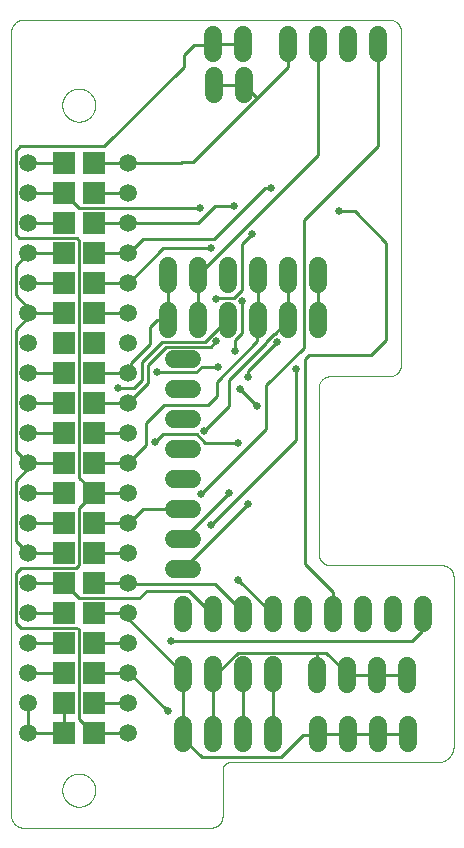
<source format=gtl>
G75*
%MOIN*%
%OFA0B0*%
%FSLAX25Y25*%
%IPPOS*%
%LPD*%
%AMOC8*
5,1,8,0,0,1.08239X$1,22.5*
%
%ADD10C,0.00000*%
%ADD11C,0.06000*%
%ADD12R,0.07400X0.07400*%
%ADD13C,0.05937*%
%ADD14C,0.01000*%
%ADD15C,0.02600*%
D10*
X0005437Y0011406D02*
X0067555Y0011406D01*
X0067679Y0011408D01*
X0067802Y0011414D01*
X0067926Y0011423D01*
X0068048Y0011437D01*
X0068171Y0011454D01*
X0068293Y0011476D01*
X0068414Y0011501D01*
X0068534Y0011530D01*
X0068653Y0011562D01*
X0068772Y0011599D01*
X0068889Y0011639D01*
X0069004Y0011682D01*
X0069119Y0011730D01*
X0069231Y0011781D01*
X0069342Y0011835D01*
X0069452Y0011893D01*
X0069559Y0011954D01*
X0069665Y0012019D01*
X0069768Y0012087D01*
X0069869Y0012158D01*
X0069968Y0012232D01*
X0070065Y0012309D01*
X0070159Y0012390D01*
X0070250Y0012473D01*
X0070339Y0012559D01*
X0070425Y0012648D01*
X0070508Y0012739D01*
X0070589Y0012833D01*
X0070666Y0012930D01*
X0070740Y0013029D01*
X0070811Y0013130D01*
X0070879Y0013233D01*
X0070944Y0013339D01*
X0071005Y0013446D01*
X0071063Y0013556D01*
X0071117Y0013667D01*
X0071168Y0013779D01*
X0071216Y0013894D01*
X0071259Y0014009D01*
X0071299Y0014126D01*
X0071336Y0014245D01*
X0071368Y0014364D01*
X0071397Y0014484D01*
X0071422Y0014605D01*
X0071444Y0014727D01*
X0071461Y0014850D01*
X0071475Y0014972D01*
X0071484Y0015096D01*
X0071490Y0015219D01*
X0071492Y0015343D01*
X0071492Y0030874D01*
X0071503Y0030974D01*
X0071518Y0031074D01*
X0071536Y0031173D01*
X0071559Y0031272D01*
X0071585Y0031369D01*
X0071615Y0031466D01*
X0071648Y0031561D01*
X0071685Y0031655D01*
X0071725Y0031748D01*
X0071769Y0031839D01*
X0071816Y0031928D01*
X0071866Y0032015D01*
X0071920Y0032101D01*
X0071977Y0032184D01*
X0072037Y0032265D01*
X0072099Y0032344D01*
X0072165Y0032421D01*
X0072234Y0032495D01*
X0072305Y0032566D01*
X0072379Y0032635D01*
X0072456Y0032701D01*
X0072534Y0032764D01*
X0072616Y0032824D01*
X0072699Y0032881D01*
X0072784Y0032935D01*
X0072872Y0032985D01*
X0072961Y0033033D01*
X0073052Y0033076D01*
X0073144Y0033117D01*
X0073238Y0033154D01*
X0073334Y0033187D01*
X0073430Y0033217D01*
X0073527Y0033243D01*
X0073626Y0033266D01*
X0073725Y0033285D01*
X0073825Y0033300D01*
X0073925Y0033311D01*
X0074026Y0033319D01*
X0074127Y0033322D01*
X0074228Y0033323D01*
X0074328Y0033319D01*
X0074429Y0033311D01*
X0143563Y0033311D01*
X0143706Y0033320D01*
X0143848Y0033333D01*
X0143990Y0033349D01*
X0144132Y0033370D01*
X0144273Y0033395D01*
X0144413Y0033423D01*
X0144553Y0033455D01*
X0144691Y0033491D01*
X0144829Y0033531D01*
X0144965Y0033575D01*
X0145100Y0033622D01*
X0145234Y0033673D01*
X0145366Y0033728D01*
X0145497Y0033786D01*
X0145626Y0033848D01*
X0145753Y0033914D01*
X0145878Y0033983D01*
X0146002Y0034055D01*
X0146123Y0034131D01*
X0146242Y0034210D01*
X0146359Y0034292D01*
X0146474Y0034378D01*
X0146586Y0034467D01*
X0146696Y0034558D01*
X0146803Y0034653D01*
X0146908Y0034751D01*
X0147010Y0034851D01*
X0147109Y0034954D01*
X0147205Y0035060D01*
X0147299Y0035169D01*
X0147389Y0035280D01*
X0147476Y0035393D01*
X0147560Y0035509D01*
X0147641Y0035628D01*
X0147718Y0035748D01*
X0147792Y0035870D01*
X0147863Y0035995D01*
X0147930Y0036121D01*
X0147994Y0036249D01*
X0148054Y0036379D01*
X0148111Y0036510D01*
X0148164Y0036643D01*
X0148213Y0036778D01*
X0148258Y0036913D01*
X0148300Y0037050D01*
X0148338Y0037188D01*
X0148372Y0037327D01*
X0148403Y0037467D01*
X0148429Y0037608D01*
X0148452Y0037749D01*
X0148470Y0037891D01*
X0148485Y0038033D01*
X0148496Y0038176D01*
X0148503Y0038319D01*
X0148506Y0038462D01*
X0148505Y0038605D01*
X0148500Y0038748D01*
X0148500Y0094969D01*
X0148498Y0095093D01*
X0148492Y0095216D01*
X0148483Y0095340D01*
X0148469Y0095462D01*
X0148452Y0095585D01*
X0148430Y0095707D01*
X0148405Y0095828D01*
X0148376Y0095948D01*
X0148344Y0096067D01*
X0148307Y0096186D01*
X0148267Y0096303D01*
X0148224Y0096418D01*
X0148176Y0096533D01*
X0148125Y0096645D01*
X0148071Y0096756D01*
X0148013Y0096866D01*
X0147952Y0096973D01*
X0147887Y0097079D01*
X0147819Y0097182D01*
X0147748Y0097283D01*
X0147674Y0097382D01*
X0147597Y0097479D01*
X0147516Y0097573D01*
X0147433Y0097664D01*
X0147347Y0097753D01*
X0147258Y0097839D01*
X0147167Y0097922D01*
X0147073Y0098003D01*
X0146976Y0098080D01*
X0146877Y0098154D01*
X0146776Y0098225D01*
X0146673Y0098293D01*
X0146567Y0098358D01*
X0146460Y0098419D01*
X0146350Y0098477D01*
X0146239Y0098531D01*
X0146127Y0098582D01*
X0146012Y0098630D01*
X0145897Y0098673D01*
X0145780Y0098713D01*
X0145661Y0098750D01*
X0145542Y0098782D01*
X0145422Y0098811D01*
X0145301Y0098836D01*
X0145179Y0098858D01*
X0145056Y0098875D01*
X0144934Y0098889D01*
X0144810Y0098898D01*
X0144687Y0098904D01*
X0144563Y0098906D01*
X0107437Y0098906D01*
X0107313Y0098908D01*
X0107190Y0098914D01*
X0107066Y0098923D01*
X0106944Y0098937D01*
X0106821Y0098954D01*
X0106699Y0098976D01*
X0106578Y0099001D01*
X0106458Y0099030D01*
X0106339Y0099062D01*
X0106220Y0099099D01*
X0106103Y0099139D01*
X0105988Y0099182D01*
X0105873Y0099230D01*
X0105761Y0099281D01*
X0105650Y0099335D01*
X0105540Y0099393D01*
X0105433Y0099454D01*
X0105327Y0099519D01*
X0105224Y0099587D01*
X0105123Y0099658D01*
X0105024Y0099732D01*
X0104927Y0099809D01*
X0104833Y0099890D01*
X0104742Y0099973D01*
X0104653Y0100059D01*
X0104567Y0100148D01*
X0104484Y0100239D01*
X0104403Y0100333D01*
X0104326Y0100430D01*
X0104252Y0100529D01*
X0104181Y0100630D01*
X0104113Y0100733D01*
X0104048Y0100839D01*
X0103987Y0100946D01*
X0103929Y0101056D01*
X0103875Y0101167D01*
X0103824Y0101279D01*
X0103776Y0101394D01*
X0103733Y0101509D01*
X0103693Y0101626D01*
X0103656Y0101745D01*
X0103624Y0101864D01*
X0103595Y0101984D01*
X0103570Y0102105D01*
X0103548Y0102227D01*
X0103531Y0102350D01*
X0103517Y0102472D01*
X0103508Y0102596D01*
X0103502Y0102719D01*
X0103500Y0102843D01*
X0103500Y0157969D01*
X0103502Y0158093D01*
X0103508Y0158216D01*
X0103517Y0158340D01*
X0103531Y0158462D01*
X0103548Y0158585D01*
X0103570Y0158707D01*
X0103595Y0158828D01*
X0103624Y0158948D01*
X0103656Y0159067D01*
X0103693Y0159186D01*
X0103733Y0159303D01*
X0103776Y0159418D01*
X0103824Y0159533D01*
X0103875Y0159645D01*
X0103929Y0159756D01*
X0103987Y0159866D01*
X0104048Y0159973D01*
X0104113Y0160079D01*
X0104181Y0160182D01*
X0104252Y0160283D01*
X0104326Y0160382D01*
X0104403Y0160479D01*
X0104484Y0160573D01*
X0104567Y0160664D01*
X0104653Y0160753D01*
X0104742Y0160839D01*
X0104833Y0160922D01*
X0104927Y0161003D01*
X0105024Y0161080D01*
X0105123Y0161154D01*
X0105224Y0161225D01*
X0105327Y0161293D01*
X0105433Y0161358D01*
X0105540Y0161419D01*
X0105650Y0161477D01*
X0105761Y0161531D01*
X0105873Y0161582D01*
X0105988Y0161630D01*
X0106103Y0161673D01*
X0106220Y0161713D01*
X0106339Y0161750D01*
X0106458Y0161782D01*
X0106578Y0161811D01*
X0106699Y0161836D01*
X0106821Y0161858D01*
X0106944Y0161875D01*
X0107066Y0161889D01*
X0107190Y0161898D01*
X0107313Y0161904D01*
X0107437Y0161906D01*
X0127043Y0161906D01*
X0127167Y0161908D01*
X0127290Y0161914D01*
X0127414Y0161923D01*
X0127536Y0161937D01*
X0127659Y0161954D01*
X0127781Y0161976D01*
X0127902Y0162001D01*
X0128022Y0162030D01*
X0128141Y0162062D01*
X0128260Y0162099D01*
X0128377Y0162139D01*
X0128492Y0162182D01*
X0128607Y0162230D01*
X0128719Y0162281D01*
X0128830Y0162335D01*
X0128940Y0162393D01*
X0129047Y0162454D01*
X0129153Y0162519D01*
X0129256Y0162587D01*
X0129357Y0162658D01*
X0129456Y0162732D01*
X0129553Y0162809D01*
X0129647Y0162890D01*
X0129738Y0162973D01*
X0129827Y0163059D01*
X0129913Y0163148D01*
X0129996Y0163239D01*
X0130077Y0163333D01*
X0130154Y0163430D01*
X0130228Y0163529D01*
X0130299Y0163630D01*
X0130367Y0163733D01*
X0130432Y0163839D01*
X0130493Y0163946D01*
X0130551Y0164056D01*
X0130605Y0164167D01*
X0130656Y0164279D01*
X0130704Y0164394D01*
X0130747Y0164509D01*
X0130787Y0164626D01*
X0130824Y0164745D01*
X0130856Y0164864D01*
X0130885Y0164984D01*
X0130910Y0165105D01*
X0130932Y0165227D01*
X0130949Y0165350D01*
X0130963Y0165472D01*
X0130972Y0165596D01*
X0130978Y0165719D01*
X0130980Y0165843D01*
X0130980Y0276819D01*
X0130978Y0276943D01*
X0130972Y0277066D01*
X0130963Y0277190D01*
X0130949Y0277312D01*
X0130932Y0277435D01*
X0130910Y0277557D01*
X0130885Y0277678D01*
X0130856Y0277798D01*
X0130824Y0277917D01*
X0130787Y0278036D01*
X0130747Y0278153D01*
X0130704Y0278268D01*
X0130656Y0278383D01*
X0130605Y0278495D01*
X0130551Y0278606D01*
X0130493Y0278716D01*
X0130432Y0278823D01*
X0130367Y0278929D01*
X0130299Y0279032D01*
X0130228Y0279133D01*
X0130154Y0279232D01*
X0130077Y0279329D01*
X0129996Y0279423D01*
X0129913Y0279514D01*
X0129827Y0279603D01*
X0129738Y0279689D01*
X0129647Y0279772D01*
X0129553Y0279853D01*
X0129456Y0279930D01*
X0129357Y0280004D01*
X0129256Y0280075D01*
X0129153Y0280143D01*
X0129047Y0280208D01*
X0128940Y0280269D01*
X0128830Y0280327D01*
X0128719Y0280381D01*
X0128607Y0280432D01*
X0128492Y0280480D01*
X0128377Y0280523D01*
X0128260Y0280563D01*
X0128141Y0280600D01*
X0128022Y0280632D01*
X0127902Y0280661D01*
X0127781Y0280686D01*
X0127659Y0280708D01*
X0127536Y0280725D01*
X0127414Y0280739D01*
X0127290Y0280748D01*
X0127167Y0280754D01*
X0127043Y0280756D01*
X0005437Y0280756D01*
X0005308Y0280761D01*
X0005179Y0280763D01*
X0005050Y0280761D01*
X0004921Y0280755D01*
X0004792Y0280744D01*
X0004663Y0280730D01*
X0004536Y0280712D01*
X0004408Y0280690D01*
X0004282Y0280664D01*
X0004156Y0280634D01*
X0004031Y0280601D01*
X0003908Y0280563D01*
X0003785Y0280522D01*
X0003664Y0280477D01*
X0003545Y0280428D01*
X0003427Y0280376D01*
X0003310Y0280320D01*
X0003196Y0280260D01*
X0003083Y0280197D01*
X0002972Y0280130D01*
X0002864Y0280061D01*
X0002757Y0279987D01*
X0002653Y0279911D01*
X0002551Y0279831D01*
X0002452Y0279749D01*
X0002355Y0279663D01*
X0002262Y0279574D01*
X0002170Y0279483D01*
X0002082Y0279388D01*
X0001997Y0279291D01*
X0001914Y0279192D01*
X0001835Y0279090D01*
X0001759Y0278985D01*
X0001686Y0278879D01*
X0001617Y0278770D01*
X0001551Y0278659D01*
X0001488Y0278546D01*
X0001429Y0278431D01*
X0001373Y0278314D01*
X0001322Y0278196D01*
X0001273Y0278076D01*
X0001229Y0277955D01*
X0001188Y0277833D01*
X0001151Y0277709D01*
X0001118Y0277584D01*
X0001088Y0277458D01*
X0001063Y0277332D01*
X0001041Y0277204D01*
X0001024Y0277076D01*
X0001010Y0276948D01*
X0001000Y0276819D01*
X0001000Y0015343D01*
X0001010Y0015214D01*
X0001024Y0015086D01*
X0001041Y0014958D01*
X0001063Y0014830D01*
X0001088Y0014704D01*
X0001118Y0014578D01*
X0001151Y0014453D01*
X0001188Y0014329D01*
X0001229Y0014207D01*
X0001273Y0014086D01*
X0001322Y0013966D01*
X0001373Y0013848D01*
X0001429Y0013731D01*
X0001488Y0013616D01*
X0001551Y0013503D01*
X0001617Y0013392D01*
X0001686Y0013283D01*
X0001759Y0013177D01*
X0001835Y0013072D01*
X0001914Y0012970D01*
X0001997Y0012871D01*
X0002082Y0012774D01*
X0002170Y0012679D01*
X0002262Y0012588D01*
X0002355Y0012499D01*
X0002452Y0012413D01*
X0002551Y0012331D01*
X0002653Y0012251D01*
X0002757Y0012175D01*
X0002864Y0012101D01*
X0002972Y0012032D01*
X0003083Y0011965D01*
X0003196Y0011902D01*
X0003310Y0011842D01*
X0003427Y0011786D01*
X0003545Y0011734D01*
X0003664Y0011685D01*
X0003785Y0011640D01*
X0003908Y0011599D01*
X0004031Y0011561D01*
X0004156Y0011528D01*
X0004282Y0011498D01*
X0004408Y0011472D01*
X0004536Y0011450D01*
X0004663Y0011432D01*
X0004792Y0011418D01*
X0004921Y0011407D01*
X0005050Y0011401D01*
X0005179Y0011399D01*
X0005308Y0011401D01*
X0005437Y0011406D01*
X0018057Y0023937D02*
X0018059Y0024085D01*
X0018065Y0024233D01*
X0018075Y0024381D01*
X0018089Y0024528D01*
X0018107Y0024675D01*
X0018128Y0024821D01*
X0018154Y0024967D01*
X0018184Y0025112D01*
X0018217Y0025256D01*
X0018255Y0025399D01*
X0018296Y0025541D01*
X0018341Y0025682D01*
X0018389Y0025822D01*
X0018442Y0025961D01*
X0018498Y0026098D01*
X0018558Y0026233D01*
X0018621Y0026367D01*
X0018688Y0026499D01*
X0018759Y0026629D01*
X0018833Y0026757D01*
X0018910Y0026883D01*
X0018991Y0027007D01*
X0019075Y0027129D01*
X0019162Y0027248D01*
X0019253Y0027365D01*
X0019347Y0027480D01*
X0019443Y0027592D01*
X0019543Y0027702D01*
X0019645Y0027808D01*
X0019751Y0027912D01*
X0019859Y0028013D01*
X0019970Y0028111D01*
X0020083Y0028207D01*
X0020199Y0028299D01*
X0020317Y0028388D01*
X0020438Y0028473D01*
X0020561Y0028556D01*
X0020686Y0028635D01*
X0020813Y0028711D01*
X0020942Y0028783D01*
X0021073Y0028852D01*
X0021206Y0028917D01*
X0021341Y0028978D01*
X0021477Y0029036D01*
X0021614Y0029091D01*
X0021753Y0029141D01*
X0021894Y0029188D01*
X0022035Y0029231D01*
X0022178Y0029271D01*
X0022322Y0029306D01*
X0022466Y0029338D01*
X0022612Y0029365D01*
X0022758Y0029389D01*
X0022905Y0029409D01*
X0023052Y0029425D01*
X0023199Y0029437D01*
X0023347Y0029445D01*
X0023495Y0029449D01*
X0023643Y0029449D01*
X0023791Y0029445D01*
X0023939Y0029437D01*
X0024086Y0029425D01*
X0024233Y0029409D01*
X0024380Y0029389D01*
X0024526Y0029365D01*
X0024672Y0029338D01*
X0024816Y0029306D01*
X0024960Y0029271D01*
X0025103Y0029231D01*
X0025244Y0029188D01*
X0025385Y0029141D01*
X0025524Y0029091D01*
X0025661Y0029036D01*
X0025797Y0028978D01*
X0025932Y0028917D01*
X0026065Y0028852D01*
X0026196Y0028783D01*
X0026325Y0028711D01*
X0026452Y0028635D01*
X0026577Y0028556D01*
X0026700Y0028473D01*
X0026821Y0028388D01*
X0026939Y0028299D01*
X0027055Y0028207D01*
X0027168Y0028111D01*
X0027279Y0028013D01*
X0027387Y0027912D01*
X0027493Y0027808D01*
X0027595Y0027702D01*
X0027695Y0027592D01*
X0027791Y0027480D01*
X0027885Y0027365D01*
X0027976Y0027248D01*
X0028063Y0027129D01*
X0028147Y0027007D01*
X0028228Y0026883D01*
X0028305Y0026757D01*
X0028379Y0026629D01*
X0028450Y0026499D01*
X0028517Y0026367D01*
X0028580Y0026233D01*
X0028640Y0026098D01*
X0028696Y0025961D01*
X0028749Y0025822D01*
X0028797Y0025682D01*
X0028842Y0025541D01*
X0028883Y0025399D01*
X0028921Y0025256D01*
X0028954Y0025112D01*
X0028984Y0024967D01*
X0029010Y0024821D01*
X0029031Y0024675D01*
X0029049Y0024528D01*
X0029063Y0024381D01*
X0029073Y0024233D01*
X0029079Y0024085D01*
X0029081Y0023937D01*
X0029079Y0023789D01*
X0029073Y0023641D01*
X0029063Y0023493D01*
X0029049Y0023346D01*
X0029031Y0023199D01*
X0029010Y0023053D01*
X0028984Y0022907D01*
X0028954Y0022762D01*
X0028921Y0022618D01*
X0028883Y0022475D01*
X0028842Y0022333D01*
X0028797Y0022192D01*
X0028749Y0022052D01*
X0028696Y0021913D01*
X0028640Y0021776D01*
X0028580Y0021641D01*
X0028517Y0021507D01*
X0028450Y0021375D01*
X0028379Y0021245D01*
X0028305Y0021117D01*
X0028228Y0020991D01*
X0028147Y0020867D01*
X0028063Y0020745D01*
X0027976Y0020626D01*
X0027885Y0020509D01*
X0027791Y0020394D01*
X0027695Y0020282D01*
X0027595Y0020172D01*
X0027493Y0020066D01*
X0027387Y0019962D01*
X0027279Y0019861D01*
X0027168Y0019763D01*
X0027055Y0019667D01*
X0026939Y0019575D01*
X0026821Y0019486D01*
X0026700Y0019401D01*
X0026577Y0019318D01*
X0026452Y0019239D01*
X0026325Y0019163D01*
X0026196Y0019091D01*
X0026065Y0019022D01*
X0025932Y0018957D01*
X0025797Y0018896D01*
X0025661Y0018838D01*
X0025524Y0018783D01*
X0025385Y0018733D01*
X0025244Y0018686D01*
X0025103Y0018643D01*
X0024960Y0018603D01*
X0024816Y0018568D01*
X0024672Y0018536D01*
X0024526Y0018509D01*
X0024380Y0018485D01*
X0024233Y0018465D01*
X0024086Y0018449D01*
X0023939Y0018437D01*
X0023791Y0018429D01*
X0023643Y0018425D01*
X0023495Y0018425D01*
X0023347Y0018429D01*
X0023199Y0018437D01*
X0023052Y0018449D01*
X0022905Y0018465D01*
X0022758Y0018485D01*
X0022612Y0018509D01*
X0022466Y0018536D01*
X0022322Y0018568D01*
X0022178Y0018603D01*
X0022035Y0018643D01*
X0021894Y0018686D01*
X0021753Y0018733D01*
X0021614Y0018783D01*
X0021477Y0018838D01*
X0021341Y0018896D01*
X0021206Y0018957D01*
X0021073Y0019022D01*
X0020942Y0019091D01*
X0020813Y0019163D01*
X0020686Y0019239D01*
X0020561Y0019318D01*
X0020438Y0019401D01*
X0020317Y0019486D01*
X0020199Y0019575D01*
X0020083Y0019667D01*
X0019970Y0019763D01*
X0019859Y0019861D01*
X0019751Y0019962D01*
X0019645Y0020066D01*
X0019543Y0020172D01*
X0019443Y0020282D01*
X0019347Y0020394D01*
X0019253Y0020509D01*
X0019162Y0020626D01*
X0019075Y0020745D01*
X0018991Y0020867D01*
X0018910Y0020991D01*
X0018833Y0021117D01*
X0018759Y0021245D01*
X0018688Y0021375D01*
X0018621Y0021507D01*
X0018558Y0021641D01*
X0018498Y0021776D01*
X0018442Y0021913D01*
X0018389Y0022052D01*
X0018341Y0022192D01*
X0018296Y0022333D01*
X0018255Y0022475D01*
X0018217Y0022618D01*
X0018184Y0022762D01*
X0018154Y0022907D01*
X0018128Y0023053D01*
X0018107Y0023199D01*
X0018089Y0023346D01*
X0018075Y0023493D01*
X0018065Y0023641D01*
X0018059Y0023789D01*
X0018057Y0023937D01*
X0018057Y0252284D02*
X0018059Y0252432D01*
X0018065Y0252580D01*
X0018075Y0252728D01*
X0018089Y0252875D01*
X0018107Y0253022D01*
X0018128Y0253168D01*
X0018154Y0253314D01*
X0018184Y0253459D01*
X0018217Y0253603D01*
X0018255Y0253746D01*
X0018296Y0253888D01*
X0018341Y0254029D01*
X0018389Y0254169D01*
X0018442Y0254308D01*
X0018498Y0254445D01*
X0018558Y0254580D01*
X0018621Y0254714D01*
X0018688Y0254846D01*
X0018759Y0254976D01*
X0018833Y0255104D01*
X0018910Y0255230D01*
X0018991Y0255354D01*
X0019075Y0255476D01*
X0019162Y0255595D01*
X0019253Y0255712D01*
X0019347Y0255827D01*
X0019443Y0255939D01*
X0019543Y0256049D01*
X0019645Y0256155D01*
X0019751Y0256259D01*
X0019859Y0256360D01*
X0019970Y0256458D01*
X0020083Y0256554D01*
X0020199Y0256646D01*
X0020317Y0256735D01*
X0020438Y0256820D01*
X0020561Y0256903D01*
X0020686Y0256982D01*
X0020813Y0257058D01*
X0020942Y0257130D01*
X0021073Y0257199D01*
X0021206Y0257264D01*
X0021341Y0257325D01*
X0021477Y0257383D01*
X0021614Y0257438D01*
X0021753Y0257488D01*
X0021894Y0257535D01*
X0022035Y0257578D01*
X0022178Y0257618D01*
X0022322Y0257653D01*
X0022466Y0257685D01*
X0022612Y0257712D01*
X0022758Y0257736D01*
X0022905Y0257756D01*
X0023052Y0257772D01*
X0023199Y0257784D01*
X0023347Y0257792D01*
X0023495Y0257796D01*
X0023643Y0257796D01*
X0023791Y0257792D01*
X0023939Y0257784D01*
X0024086Y0257772D01*
X0024233Y0257756D01*
X0024380Y0257736D01*
X0024526Y0257712D01*
X0024672Y0257685D01*
X0024816Y0257653D01*
X0024960Y0257618D01*
X0025103Y0257578D01*
X0025244Y0257535D01*
X0025385Y0257488D01*
X0025524Y0257438D01*
X0025661Y0257383D01*
X0025797Y0257325D01*
X0025932Y0257264D01*
X0026065Y0257199D01*
X0026196Y0257130D01*
X0026325Y0257058D01*
X0026452Y0256982D01*
X0026577Y0256903D01*
X0026700Y0256820D01*
X0026821Y0256735D01*
X0026939Y0256646D01*
X0027055Y0256554D01*
X0027168Y0256458D01*
X0027279Y0256360D01*
X0027387Y0256259D01*
X0027493Y0256155D01*
X0027595Y0256049D01*
X0027695Y0255939D01*
X0027791Y0255827D01*
X0027885Y0255712D01*
X0027976Y0255595D01*
X0028063Y0255476D01*
X0028147Y0255354D01*
X0028228Y0255230D01*
X0028305Y0255104D01*
X0028379Y0254976D01*
X0028450Y0254846D01*
X0028517Y0254714D01*
X0028580Y0254580D01*
X0028640Y0254445D01*
X0028696Y0254308D01*
X0028749Y0254169D01*
X0028797Y0254029D01*
X0028842Y0253888D01*
X0028883Y0253746D01*
X0028921Y0253603D01*
X0028954Y0253459D01*
X0028984Y0253314D01*
X0029010Y0253168D01*
X0029031Y0253022D01*
X0029049Y0252875D01*
X0029063Y0252728D01*
X0029073Y0252580D01*
X0029079Y0252432D01*
X0029081Y0252284D01*
X0029079Y0252136D01*
X0029073Y0251988D01*
X0029063Y0251840D01*
X0029049Y0251693D01*
X0029031Y0251546D01*
X0029010Y0251400D01*
X0028984Y0251254D01*
X0028954Y0251109D01*
X0028921Y0250965D01*
X0028883Y0250822D01*
X0028842Y0250680D01*
X0028797Y0250539D01*
X0028749Y0250399D01*
X0028696Y0250260D01*
X0028640Y0250123D01*
X0028580Y0249988D01*
X0028517Y0249854D01*
X0028450Y0249722D01*
X0028379Y0249592D01*
X0028305Y0249464D01*
X0028228Y0249338D01*
X0028147Y0249214D01*
X0028063Y0249092D01*
X0027976Y0248973D01*
X0027885Y0248856D01*
X0027791Y0248741D01*
X0027695Y0248629D01*
X0027595Y0248519D01*
X0027493Y0248413D01*
X0027387Y0248309D01*
X0027279Y0248208D01*
X0027168Y0248110D01*
X0027055Y0248014D01*
X0026939Y0247922D01*
X0026821Y0247833D01*
X0026700Y0247748D01*
X0026577Y0247665D01*
X0026452Y0247586D01*
X0026325Y0247510D01*
X0026196Y0247438D01*
X0026065Y0247369D01*
X0025932Y0247304D01*
X0025797Y0247243D01*
X0025661Y0247185D01*
X0025524Y0247130D01*
X0025385Y0247080D01*
X0025244Y0247033D01*
X0025103Y0246990D01*
X0024960Y0246950D01*
X0024816Y0246915D01*
X0024672Y0246883D01*
X0024526Y0246856D01*
X0024380Y0246832D01*
X0024233Y0246812D01*
X0024086Y0246796D01*
X0023939Y0246784D01*
X0023791Y0246776D01*
X0023643Y0246772D01*
X0023495Y0246772D01*
X0023347Y0246776D01*
X0023199Y0246784D01*
X0023052Y0246796D01*
X0022905Y0246812D01*
X0022758Y0246832D01*
X0022612Y0246856D01*
X0022466Y0246883D01*
X0022322Y0246915D01*
X0022178Y0246950D01*
X0022035Y0246990D01*
X0021894Y0247033D01*
X0021753Y0247080D01*
X0021614Y0247130D01*
X0021477Y0247185D01*
X0021341Y0247243D01*
X0021206Y0247304D01*
X0021073Y0247369D01*
X0020942Y0247438D01*
X0020813Y0247510D01*
X0020686Y0247586D01*
X0020561Y0247665D01*
X0020438Y0247748D01*
X0020317Y0247833D01*
X0020199Y0247922D01*
X0020083Y0248014D01*
X0019970Y0248110D01*
X0019859Y0248208D01*
X0019751Y0248309D01*
X0019645Y0248413D01*
X0019543Y0248519D01*
X0019443Y0248629D01*
X0019347Y0248741D01*
X0019253Y0248856D01*
X0019162Y0248973D01*
X0019075Y0249092D01*
X0018991Y0249214D01*
X0018910Y0249338D01*
X0018833Y0249464D01*
X0018759Y0249592D01*
X0018688Y0249722D01*
X0018621Y0249854D01*
X0018558Y0249988D01*
X0018498Y0250123D01*
X0018442Y0250260D01*
X0018389Y0250399D01*
X0018341Y0250539D01*
X0018296Y0250680D01*
X0018255Y0250822D01*
X0018217Y0250965D01*
X0018184Y0251109D01*
X0018154Y0251254D01*
X0018128Y0251400D01*
X0018107Y0251546D01*
X0018089Y0251693D01*
X0018075Y0251840D01*
X0018065Y0251988D01*
X0018059Y0252136D01*
X0018057Y0252284D01*
D11*
X0053300Y0198606D02*
X0053300Y0192606D01*
X0053300Y0183606D02*
X0053300Y0177606D01*
X0055300Y0167606D02*
X0061300Y0167606D01*
X0061300Y0157606D02*
X0055300Y0157606D01*
X0055300Y0147606D02*
X0061300Y0147606D01*
X0061300Y0137606D02*
X0055300Y0137606D01*
X0055300Y0127606D02*
X0061300Y0127606D01*
X0061300Y0117606D02*
X0055300Y0117606D01*
X0055300Y0107606D02*
X0061300Y0107606D01*
X0061300Y0097606D02*
X0055300Y0097606D01*
X0058300Y0085606D02*
X0058300Y0079606D01*
X0068300Y0079606D02*
X0068300Y0085606D01*
X0078300Y0085606D02*
X0078300Y0079606D01*
X0088300Y0079606D02*
X0088300Y0085606D01*
X0098300Y0085606D02*
X0098300Y0079606D01*
X0108300Y0079606D02*
X0108300Y0085606D01*
X0118300Y0085606D02*
X0118300Y0079606D01*
X0128300Y0079606D02*
X0128300Y0085606D01*
X0138300Y0085606D02*
X0138300Y0079606D01*
X0133040Y0065446D02*
X0133040Y0059446D01*
X0123040Y0059446D02*
X0123040Y0065446D01*
X0113040Y0065446D02*
X0113040Y0059446D01*
X0103040Y0059446D02*
X0103040Y0065446D01*
X0088300Y0065606D02*
X0088300Y0059606D01*
X0078300Y0059606D02*
X0078300Y0065606D01*
X0068300Y0065606D02*
X0068300Y0059606D01*
X0058300Y0059606D02*
X0058300Y0065606D01*
X0058300Y0045606D02*
X0058300Y0039606D01*
X0068300Y0039606D02*
X0068300Y0045606D01*
X0078300Y0045606D02*
X0078300Y0039606D01*
X0088300Y0039606D02*
X0088300Y0045606D01*
X0103300Y0045606D02*
X0103300Y0039606D01*
X0113300Y0039606D02*
X0113300Y0045606D01*
X0123300Y0045606D02*
X0123300Y0039606D01*
X0133300Y0039606D02*
X0133300Y0045606D01*
X0103300Y0177606D02*
X0103300Y0183606D01*
X0103300Y0192606D02*
X0103300Y0198606D01*
X0093300Y0198606D02*
X0093300Y0192606D01*
X0093300Y0183606D02*
X0093300Y0177606D01*
X0083300Y0177606D02*
X0083300Y0183606D01*
X0083300Y0192606D02*
X0083300Y0198606D01*
X0073300Y0198606D02*
X0073300Y0192606D01*
X0073300Y0183606D02*
X0073300Y0177606D01*
X0063300Y0177606D02*
X0063300Y0183606D01*
X0063300Y0192606D02*
X0063300Y0198606D01*
X0068540Y0255946D02*
X0068540Y0261946D01*
X0068300Y0269606D02*
X0068300Y0275606D01*
X0078300Y0275606D02*
X0078300Y0269606D01*
X0078540Y0261946D02*
X0078540Y0255946D01*
X0093300Y0269606D02*
X0093300Y0275606D01*
X0103300Y0275606D02*
X0103300Y0269606D01*
X0113300Y0269606D02*
X0113300Y0275606D01*
X0123300Y0275606D02*
X0123300Y0269606D01*
D12*
X0028694Y0232968D03*
X0028694Y0222968D03*
X0028694Y0212968D03*
X0028694Y0202968D03*
X0028694Y0192968D03*
X0028694Y0182968D03*
X0028694Y0172968D03*
X0028694Y0162968D03*
X0028694Y0152968D03*
X0028694Y0142968D03*
X0028694Y0132968D03*
X0028694Y0122968D03*
X0028694Y0112968D03*
X0028694Y0102968D03*
X0028694Y0092968D03*
X0028694Y0082968D03*
X0028694Y0072968D03*
X0028694Y0062968D03*
X0028694Y0052968D03*
X0028694Y0042968D03*
X0018694Y0042968D03*
X0018694Y0052968D03*
X0018694Y0062968D03*
X0018694Y0072968D03*
X0018694Y0082968D03*
X0018694Y0092968D03*
X0018694Y0102968D03*
X0018694Y0112968D03*
X0018694Y0122968D03*
X0018694Y0132968D03*
X0018694Y0142968D03*
X0018694Y0152968D03*
X0018694Y0162968D03*
X0018694Y0172968D03*
X0018694Y0182968D03*
X0018694Y0192968D03*
X0018694Y0202968D03*
X0018694Y0212968D03*
X0018694Y0222968D03*
X0018694Y0232968D03*
D13*
X0006489Y0232929D03*
X0006489Y0222929D03*
X0006489Y0212929D03*
X0006489Y0202929D03*
X0006489Y0192929D03*
X0006489Y0182929D03*
X0006489Y0172929D03*
X0006489Y0162929D03*
X0006489Y0152929D03*
X0006489Y0142929D03*
X0006489Y0132929D03*
X0006489Y0122929D03*
X0006489Y0112929D03*
X0006489Y0102929D03*
X0006489Y0092929D03*
X0006489Y0082929D03*
X0006489Y0072929D03*
X0006489Y0062929D03*
X0006489Y0052929D03*
X0006489Y0042929D03*
X0040111Y0042929D03*
X0040111Y0052929D03*
X0040111Y0062929D03*
X0040111Y0072929D03*
X0040111Y0082929D03*
X0040111Y0092929D03*
X0040111Y0102929D03*
X0040111Y0112929D03*
X0040111Y0122929D03*
X0040111Y0132929D03*
X0040111Y0142929D03*
X0040111Y0152929D03*
X0040111Y0162929D03*
X0040111Y0172929D03*
X0040111Y0182929D03*
X0040111Y0192929D03*
X0040111Y0202929D03*
X0040111Y0212929D03*
X0040111Y0222929D03*
X0040111Y0232929D03*
D14*
X0040600Y0233006D01*
X0057500Y0233006D01*
X0057940Y0233246D01*
X0061640Y0233246D01*
X0082990Y0254596D01*
X0078940Y0258646D01*
X0078540Y0258946D01*
X0068540Y0258946D01*
X0058540Y0264946D02*
X0058540Y0268946D01*
X0062040Y0272446D01*
X0067840Y0272446D01*
X0068300Y0272606D01*
X0078300Y0272606D01*
X0093240Y0272546D02*
X0093240Y0264846D01*
X0082990Y0254596D01*
X0093240Y0272546D02*
X0093300Y0272606D01*
X0103300Y0272606D02*
X0103300Y0235706D01*
X0063600Y0196006D01*
X0063300Y0195606D01*
X0063300Y0180606D01*
X0065600Y0173306D02*
X0051300Y0173306D01*
X0044800Y0166806D01*
X0044800Y0160806D01*
X0041940Y0157946D01*
X0036660Y0157946D01*
X0036600Y0158006D01*
X0040400Y0153306D02*
X0040111Y0152929D01*
X0040100Y0152906D01*
X0028700Y0152906D01*
X0028694Y0152968D01*
X0028700Y0162906D02*
X0028694Y0162968D01*
X0028700Y0162906D02*
X0040100Y0162906D01*
X0040111Y0162929D01*
X0040400Y0163306D01*
X0041040Y0163946D01*
X0041040Y0166446D01*
X0047340Y0172746D01*
X0047340Y0178346D01*
X0049600Y0180606D01*
X0053300Y0180606D01*
X0053300Y0195606D01*
X0051800Y0204506D02*
X0040500Y0193206D01*
X0040111Y0192929D01*
X0040100Y0192906D01*
X0028700Y0192906D01*
X0028694Y0192968D01*
X0028700Y0202906D02*
X0028694Y0202968D01*
X0028700Y0202906D02*
X0040100Y0202906D01*
X0040111Y0202929D01*
X0040500Y0203206D01*
X0044900Y0207606D01*
X0068600Y0207606D01*
X0085500Y0224506D01*
X0087600Y0224506D01*
X0098540Y0213946D02*
X0123300Y0238706D01*
X0123300Y0272606D01*
X0115480Y0217006D02*
X0110300Y0217006D01*
X0115480Y0217006D02*
X0126040Y0206446D01*
X0126040Y0173946D01*
X0121040Y0168946D01*
X0100440Y0168946D01*
X0099000Y0167506D01*
X0099000Y0099306D01*
X0108300Y0090006D01*
X0108300Y0082606D01*
X0106100Y0069706D02*
X0103040Y0069706D01*
X0103040Y0062446D01*
X0103040Y0069706D02*
X0076600Y0069706D01*
X0069800Y0062906D01*
X0068700Y0062906D01*
X0068300Y0062606D01*
X0068300Y0042606D01*
X0064500Y0035006D02*
X0058700Y0040806D01*
X0058300Y0042606D01*
X0058300Y0062606D01*
X0058000Y0063006D01*
X0038500Y0082506D01*
X0040111Y0082929D01*
X0040100Y0082906D01*
X0028700Y0082906D01*
X0028694Y0082968D01*
X0023700Y0088106D02*
X0019100Y0092706D01*
X0018694Y0092968D01*
X0018600Y0092906D01*
X0006500Y0092906D01*
X0006489Y0092929D01*
X0002500Y0096206D02*
X0004300Y0098106D01*
X0022800Y0098106D01*
X0023800Y0099106D01*
X0023800Y0117906D01*
X0028400Y0122506D01*
X0028694Y0122968D01*
X0028500Y0123406D01*
X0023800Y0128106D01*
X0023800Y0206906D01*
X0022900Y0208006D01*
X0003600Y0208006D01*
X0002500Y0209206D01*
X0002500Y0237006D01*
X0003940Y0238546D01*
X0032140Y0238546D01*
X0058540Y0264946D01*
X0040111Y0232929D02*
X0040100Y0232906D01*
X0028700Y0232906D01*
X0028694Y0232968D01*
X0028694Y0222968D02*
X0028700Y0222906D01*
X0040100Y0222906D01*
X0040111Y0222929D01*
X0040600Y0213006D02*
X0040111Y0212929D01*
X0040100Y0212906D01*
X0028700Y0212906D01*
X0028694Y0212968D01*
X0023700Y0218106D02*
X0019100Y0222706D01*
X0018694Y0222968D01*
X0018600Y0222906D01*
X0006500Y0222906D01*
X0006489Y0222929D01*
X0006500Y0232906D02*
X0006489Y0232929D01*
X0006500Y0232906D02*
X0018600Y0232906D01*
X0018694Y0232968D01*
X0023700Y0218106D02*
X0064000Y0218106D01*
X0069000Y0218706D02*
X0063300Y0213006D01*
X0040600Y0213006D01*
X0051800Y0204506D02*
X0067600Y0204506D01*
X0078140Y0206146D02*
X0078140Y0190746D01*
X0075340Y0187946D01*
X0069740Y0187946D01*
X0069300Y0187506D01*
X0069200Y0187506D01*
X0072900Y0180606D02*
X0065600Y0173306D01*
X0067500Y0171706D02*
X0052700Y0171706D01*
X0046800Y0165806D01*
X0046800Y0159706D01*
X0040400Y0153306D01*
X0046040Y0146446D02*
X0051940Y0152346D01*
X0065260Y0152346D01*
X0066500Y0152306D01*
X0069540Y0155346D01*
X0069540Y0160046D01*
X0083000Y0173506D01*
X0083000Y0180206D01*
X0083300Y0180606D01*
X0083300Y0195606D01*
X0077900Y0187006D02*
X0077900Y0176406D01*
X0075500Y0174006D01*
X0075500Y0170406D01*
X0070100Y0165006D02*
X0064500Y0165006D01*
X0062800Y0163306D01*
X0049800Y0163306D01*
X0046040Y0146446D02*
X0046040Y0138946D01*
X0040400Y0133306D01*
X0040111Y0132929D01*
X0040100Y0132906D01*
X0028700Y0132906D01*
X0028694Y0132968D01*
X0028700Y0142906D02*
X0028694Y0142968D01*
X0028700Y0142906D02*
X0040100Y0142906D01*
X0040111Y0142929D01*
X0049000Y0139906D02*
X0051600Y0142506D01*
X0063000Y0142506D01*
X0065800Y0139706D01*
X0076800Y0139706D01*
X0065400Y0143706D02*
X0073740Y0152046D01*
X0073740Y0160746D01*
X0085940Y0172946D01*
X0085940Y0173346D01*
X0088740Y0176146D01*
X0088840Y0176146D01*
X0093300Y0180606D01*
X0092900Y0180306D01*
X0092100Y0180306D01*
X0093300Y0180606D02*
X0093300Y0195606D01*
X0103300Y0195606D02*
X0103300Y0180606D01*
X0098540Y0171446D02*
X0098540Y0213946D01*
X0081400Y0209406D02*
X0078140Y0206146D01*
X0075200Y0218706D02*
X0069000Y0218706D01*
X0072900Y0180606D02*
X0073300Y0180606D01*
X0069400Y0173506D02*
X0069300Y0173506D01*
X0067500Y0171706D01*
X0077200Y0157806D02*
X0083000Y0152006D01*
X0086100Y0159006D02*
X0086100Y0144406D01*
X0064300Y0122606D01*
X0058300Y0117606D02*
X0044900Y0117606D01*
X0040500Y0113206D01*
X0040111Y0112929D01*
X0040100Y0112906D01*
X0028700Y0112906D01*
X0028694Y0112968D01*
X0028694Y0102968D02*
X0028700Y0102906D01*
X0040100Y0102906D01*
X0040111Y0102929D01*
X0040111Y0092929D02*
X0040600Y0092806D01*
X0068900Y0092806D01*
X0078600Y0083106D01*
X0078300Y0082606D01*
X0088300Y0082606D02*
X0076800Y0094106D01*
X0068300Y0082606D02*
X0068100Y0082606D01*
X0060400Y0090306D01*
X0046200Y0090306D01*
X0043600Y0088106D01*
X0023700Y0088106D01*
X0028700Y0092906D02*
X0028694Y0092968D01*
X0028700Y0092906D02*
X0040100Y0092906D01*
X0040111Y0092929D01*
X0040111Y0072929D02*
X0040100Y0072906D01*
X0028700Y0072906D01*
X0028694Y0072968D01*
X0023700Y0077606D02*
X0022600Y0077906D01*
X0004300Y0077906D01*
X0002500Y0079806D01*
X0002500Y0096206D01*
X0006500Y0102906D02*
X0006489Y0102929D01*
X0006200Y0103306D01*
X0002500Y0107106D01*
X0002500Y0127106D01*
X0006200Y0130906D01*
X0006200Y0132506D01*
X0006489Y0132929D01*
X0006200Y0133306D01*
X0002500Y0137106D01*
X0002500Y0177406D01*
X0006400Y0181406D01*
X0006400Y0182406D01*
X0006489Y0182929D01*
X0006400Y0183406D01*
X0006400Y0185006D01*
X0002500Y0189006D01*
X0002500Y0198706D01*
X0006200Y0202506D01*
X0006489Y0202929D01*
X0006500Y0202906D01*
X0018600Y0202906D01*
X0018694Y0202968D01*
X0018600Y0212906D02*
X0018694Y0212968D01*
X0018600Y0212906D02*
X0006500Y0212906D01*
X0006489Y0212929D01*
X0006489Y0192929D02*
X0006500Y0192906D01*
X0018600Y0192906D01*
X0018694Y0192968D01*
X0018694Y0182968D02*
X0018600Y0182906D01*
X0006500Y0182906D01*
X0006489Y0182929D01*
X0006489Y0162929D02*
X0006500Y0162906D01*
X0018600Y0162906D01*
X0018694Y0162968D01*
X0018694Y0152968D02*
X0018600Y0152906D01*
X0006500Y0152906D01*
X0006489Y0152929D01*
X0006489Y0142929D02*
X0006500Y0142906D01*
X0018600Y0142906D01*
X0018694Y0142968D01*
X0018694Y0132968D02*
X0018600Y0132906D01*
X0006500Y0132906D01*
X0006489Y0132929D01*
X0006489Y0122929D02*
X0006500Y0122906D01*
X0018600Y0122906D01*
X0018694Y0122968D01*
X0018694Y0112968D02*
X0018600Y0112906D01*
X0006500Y0112906D01*
X0006489Y0112929D01*
X0006500Y0102906D02*
X0018600Y0102906D01*
X0018694Y0102968D01*
X0028700Y0122906D02*
X0028694Y0122968D01*
X0028700Y0122906D02*
X0040100Y0122906D01*
X0040111Y0122929D01*
X0058300Y0107606D02*
X0073700Y0123006D01*
X0079900Y0119206D02*
X0058300Y0097606D01*
X0067500Y0112406D02*
X0095900Y0140806D01*
X0095900Y0164406D01*
X0098540Y0171446D02*
X0086100Y0159006D01*
X0079900Y0161606D02*
X0079900Y0163706D01*
X0089500Y0173306D01*
X0040111Y0182929D02*
X0040100Y0182906D01*
X0028700Y0182906D01*
X0028694Y0182968D01*
X0018694Y0082968D02*
X0018600Y0082906D01*
X0006500Y0082906D01*
X0006489Y0082929D01*
X0006489Y0072929D02*
X0006500Y0072906D01*
X0018600Y0072906D01*
X0018694Y0072968D01*
X0023700Y0077606D02*
X0023700Y0047806D01*
X0028100Y0043406D01*
X0028500Y0043406D01*
X0028694Y0042968D01*
X0028700Y0042906D01*
X0040100Y0042906D01*
X0040111Y0042929D01*
X0040100Y0052906D02*
X0040111Y0052929D01*
X0040100Y0052906D02*
X0028700Y0052906D01*
X0028694Y0052968D01*
X0028700Y0062906D02*
X0028694Y0062968D01*
X0028700Y0062906D02*
X0040100Y0062906D01*
X0040111Y0062929D01*
X0040600Y0062806D01*
X0053200Y0050206D01*
X0064500Y0035006D02*
X0091000Y0035006D01*
X0098300Y0042306D01*
X0102900Y0042306D01*
X0103300Y0042606D01*
X0113300Y0042606D01*
X0123300Y0042606D01*
X0133300Y0042606D01*
X0133040Y0062446D02*
X0123040Y0062446D01*
X0113040Y0062446D01*
X0112900Y0062906D01*
X0106100Y0069706D01*
X0088300Y0062606D02*
X0088300Y0042606D01*
X0078300Y0042606D02*
X0078300Y0062606D01*
X0054400Y0073506D02*
X0134500Y0073506D01*
X0138100Y0077106D01*
X0138300Y0082606D01*
X0018694Y0062968D02*
X0018600Y0062906D01*
X0006500Y0062906D01*
X0006489Y0062929D01*
X0006489Y0052929D02*
X0006500Y0052906D01*
X0006500Y0043006D01*
X0006489Y0042929D01*
X0007000Y0043006D01*
X0018200Y0043006D01*
X0018694Y0042968D01*
X0018700Y0043006D01*
X0018700Y0052906D01*
X0018694Y0052968D01*
D15*
X0053200Y0050206D03*
X0054400Y0073506D03*
X0076800Y0094106D03*
X0067500Y0112406D03*
X0064300Y0122606D03*
X0073700Y0123006D03*
X0079900Y0119206D03*
X0076800Y0139706D03*
X0083000Y0152006D03*
X0077200Y0157806D03*
X0079900Y0161606D03*
X0075500Y0170406D03*
X0070100Y0165006D03*
X0069400Y0173506D03*
X0069200Y0187506D03*
X0077900Y0187006D03*
X0089500Y0173306D03*
X0095900Y0164406D03*
X0067600Y0204506D03*
X0064000Y0218106D03*
X0075200Y0218706D03*
X0081400Y0209406D03*
X0087600Y0224506D03*
X0110300Y0217006D03*
X0065400Y0143706D03*
X0049000Y0139906D03*
X0036600Y0158006D03*
X0049800Y0163306D03*
M02*

</source>
